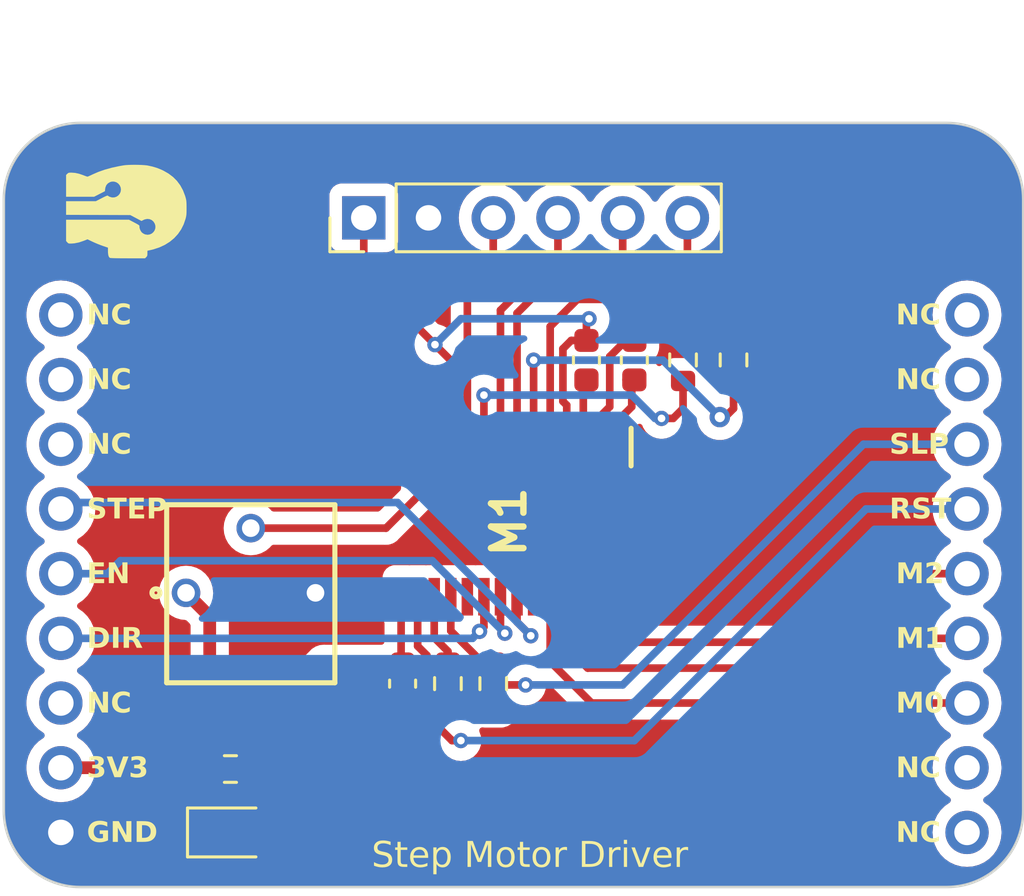
<source format=kicad_pcb>
(kicad_pcb (version 20221018) (generator pcbnew)
  (layers (0 "F.Cu" signal) (31 "B.Cu" signal) (34 "B.Paste" user) (35 "F.Paste" user) (36 "B.SilkS" user "B.Silkscreen") (37 "F.SilkS" user "F.Silkscreen") (38 "B.Mask" user) (39 "F.Mask" user) (44 "Edge.Cuts" user))
  (net 0 "")
  (net 1 "Net-(M1-CP2)")
  (net 2 "Net-(M1-CP1)")
  (net 3 "+3V3")
  (net 4 "GND")
  (net 5 "Net-(M1-VCP)")
  (net 6 "VMM")
  (net 7 "Net-(D1-A)")
  (net 8 "B2")
  (net 9 "B1")
  (net 10 "A1")
  (net 11 "A2")
  (net 12 "ISA")
  (net 13 "ISB")
  (net 14 "Net-(M1-AVREF)")
  (net 15 "RST")
  (net 16 "SLP")
  (net 17 "Net-(M1-NFAULT)")
  (net 19 "DIR")
  (net 20 "EN")
  (net 21 "STEP")
  (net 23 "M0")
  (net 24 "M1")
  (net 25 "M2")
  (net 27 "FLT")
  (footprint "Capacitor_SMD:C_0603_1608Metric" (layer "F.Cu") (at 124.0536 86.5124 -90)
    (fp_text reference "C2" hide)
    (fp_text value "C")
    (fp_line (start -0.14058 -0.51) (end 0.14058 -0.51) (stroke (width 0.12)) (layer "F.SilkS"))
    (fp_line (start -0.14058 0.51) (end 0.14058 0.51) (stroke (width 0.12)) (layer "F.SilkS"))
    (pad "1" smd roundrect (at -0.775 0 270) (size 0.9 0.95) (layers "F.Cu" "F.Paste" "F.Mask") (net 3 "+3V3"))
    (pad "2" smd roundrect (at 0.775 0 270) (size 0.9 0.95) (layers "F.Cu" "F.Paste" "F.Mask") (net 4 "GND"))
  )
  (footprint "DRV8825:SOP65P640X120-29N" (layer "F.Cu") (at 128.2192 80.1624 -90)
    (fp_text reference "M1" (at 0 0 90) (layer "F.SilkS") (effects (font (size 1.27 1.27) (thickness 0.254))))
    (fp_text value "DRV8825PWP" hide)
    (fp_line (start -3.675 -4.8) (end -2.2 -4.8) (stroke (width 0.2)) (layer "F.SilkS"))
    (pad "1" smd rect (at -2.938 -4.225) (size 0.45 1.475) (layers "F.Cu" "F.Paste" "F.Mask") (net 2 "Net-(M1-CP1)"))
    (pad "2" smd rect (at -2.938 -3.575) (size 0.45 1.475) (layers "F.Cu" "F.Paste" "F.Mask") (net 1 "Net-(M1-CP2)"))
    (pad "3" smd rect (at -2.938 -2.925) (size 0.45 1.475) (layers "F.Cu" "F.Paste" "F.Mask") (net 5 "Net-(M1-VCP)"))
    (pad "4" smd rect (at -2.938 -2.275) (size 0.45 1.475) (layers "F.Cu" "F.Paste" "F.Mask") (net 6 "VMM"))
    (pad "5" smd rect (at -2.938 -1.625) (size 0.45 1.475) (layers "F.Cu" "F.Paste" "F.Mask") (net 10 "A1"))
    (pad "6" smd rect (at -2.938 -0.975) (size 0.45 1.475) (layers "F.Cu" "F.Paste" "F.Mask") (net 12 "ISA"))
    (pad "7" smd rect (at -2.938 -0.325) (size 0.45 1.475) (layers "F.Cu" "F.Paste" "F.Mask") (net 11 "A2"))
    (pad "8" smd rect (at -2.938 0.325) (size 0.45 1.475) (layers "F.Cu" "F.Paste" "F.Mask") (net 8 "B2"))
    (pad "9" smd rect (at -2.938 0.975) (size 0.45 1.475) (layers "F.Cu" "F.Paste" "F.Mask") (net 13 "ISB"))
    (pad "10" smd rect (at -2.938 1.625) (size 0.45 1.475) (layers "F.Cu" "F.Paste" "F.Mask") (net 9 "B1"))
    (pad "11" smd rect (at -2.938 2.275) (size 0.45 1.475) (layers "F.Cu" "F.Paste" "F.Mask") (net 6 "VMM"))
    (pad "12" smd rect (at -2.938 2.925) (size 0.45 1.475) (layers "F.Cu" "F.Paste" "F.Mask") (net 14 "Net-(M1-AVREF)"))
    (pad "13" smd rect (at -2.938 3.575) (size 0.45 1.475) (layers "F.Cu" "F.Paste" "F.Mask") (net 14 "Net-(M1-AVREF)"))
    (pad "14" smd rect (at -2.938 4.225) (size 0.45 1.475) (layers "F.Cu" "F.Paste" "F.Mask") (net 4 "GND"))
    (pad "15" smd rect (at 2.938 4.225) (size 0.45 1.475) (layers "F.Cu" "F.Paste" "F.Mask") (net 3 "+3V3"))
    (pad "16" smd rect (at 2.938 3.575) (size 0.45 1.475) (layers "F.Cu" "F.Paste" "F.Mask") (net 15 "RST"))
    (pad "17" smd rect (at 2.938 2.925) (size 0.45 1.475) (layers "F.Cu" "F.Paste" "F.Mask") (net 16 "SLP"))
    (pad "18" smd rect (at 2.938 2.275) (size 0.45 1.475) (layers "F.Cu" "F.Paste" "F.Mask") (net 17 "Net-(M1-NFAULT)"))
    (pad "19" smd rect (at 2.938 1.625) (size 0.45 1.475) (layers "F.Cu" "F.Paste" "F.Mask"))
    (pad "20" smd rect (at 2.938 0.975) (size 0.45 1.475) (layers "F.Cu" "F.Paste" "F.Mask") (net 19 "DIR"))
    (pad "21" smd rect (at 2.938 0.325) (size 0.45 1.475) (layers "F.Cu" "F.Paste" "F.Mask") (net 20 "EN"))
    (pad "22" smd rect (at 2.938 -0.325) (size 0.45 1.475) (layers "F.Cu" "F.Paste" "F.Mask") (net 21 "STEP"))
    (pad "23" smd rect (at 2.938 -0.975) (size 0.45 1.475) (layers "F.Cu" "F.Paste" "F.Mask"))
    (pad "24" smd rect (at 2.938 -1.625) (size 0.45 1.475) (layers "F.Cu" "F.Paste" "F.Mask") (net 23 "M0"))
    (pad "25" smd rect (at 2.938 -2.275) (size 0.45 1.475) (layers "F.Cu" "F.Paste" "F.Mask") (net 24 "M1"))
    (pad "26" smd rect (at 2.938 -2.925) (size 0.45 1.475) (layers "F.Cu" "F.Paste" "F.Mask") (net 25 "M2"))
    (pad "27" smd rect (at 2.938 -3.575) (size 0.45 1.475) (layers "F.Cu" "F.Paste" "F.Mask"))
    (pad "28" smd rect (at 2.938 -4.225) (size 0.45 1.475) (layers "F.Cu" "F.Paste" "F.Mask") (net 4 "GND"))
    (pad "29" smd rect (at 0 0 270) (size 3.1 5.18) (layers "F.Cu" "F.Paste" "F.Mask") (net 4 "GND"))
  )
  (footprint "Moduler_:pin_header" (layer "F.Cu") (at 128.1684 82.7024)
    (fp_text reference "U1" hide)
    (fp_text value "~" hide)
    (fp_text user "3V3" (at -16.51 7.62 unlocked) (layer "F.SilkS") (effects (font (size 0.8 0.8) (thickness 0.2) bold) (justify left bottom)))
    (fp_text user "M2" (at 15.24 0 unlocked) (layer "F.SilkS") (effects (font (size 0.8 0.8) (thickness 0.2) bold) (justify left bottom)))
    (fp_text user "GND" (at -16.51 10.16 unlocked) (layer "F.SilkS") (effects (font (size 0.8 0.8) (thickness 0.2) bold) (justify left bottom)))
    (fp_text user "NC" (at -16.51 -10.16 unlocked) (layer "F.SilkS") (effects (font (size 0.8 0.8) (thickness 0.2) bold) (justify left bottom)))
    (fp_text user "NC" (at 15.24 -10.16 unlocked) (layer "F.SilkS") (effects (font (size 0.8 0.8) (thickness 0.2) bold) (justify left bottom)))
    (fp_text user "SLP" (at 14.986 -5.08 unlocked) (layer "F.SilkS") (effects (font (size 0.8 0.8) (thickness 0.2) bold) (justify left bottom)))
    (fp_text user "DIR" (at -16.51 2.54 unlocked) (layer "F.SilkS") (effects (font (size 0.8 0.8) (thickness 0.2) bold) (justify left bottom)))
    (fp_text user "EN" (at -16.51 0 unlocked) (layer "F.SilkS") (effects (font (size 0.8 0.8) (thickness 0.2) bold) (justify left bottom)))
    (fp_text user "NC" (at 15.24 7.62 unlocked) (layer "F.SilkS") (effects (font (size 0.8 0.8) (thickness 0.2) bold) (justify left bottom)))
    (fp_text user "M0" (at 15.24 5.08 unlocked) (layer "F.SilkS") (effects (font (size 0.8 0.8) (thickness 0.2) bold) (justify left bottom)))
    (fp_text user "NC" (at -16.51 5.08 unlocked) (layer "F.SilkS") (effects (font (size 0.8 0.8) (thickness 0.2) bold) (justify left bottom)))
    (fp_text user "RST" (at 14.986 -2.54 unlocked) (layer "F.SilkS") (effects (font (size 0.8 0.8) (thickness 0.2) bold) (justify left bottom)))
    (fp_text user "NC" (at -16.51 -5.08 unlocked) (layer "F.SilkS") (effects (font (size 0.8 0.8) (thickness 0.2) bold) (justify left bottom)))
    (fp_text user "Step Motor Driver" (at -5.334 11.176 unlocked) (layer "F.SilkS") (effects (font (thickness 0.1)) (justify left bottom)))
    (fp_text user "NC" (at 15.24 -7.62 unlocked) (layer "F.SilkS") (effects (font (size 0.8 0.8) (thickness 0.2) bold) (justify left bottom)))
    (fp_text user "NC" (at 15.24 10.16 unlocked) (layer "F.SilkS") (effects (font (size 0.8 0.8) (thickness 0.2) bold) (justify left bottom)))
    (fp_text user "STEP" (at -16.51 -2.54 unlocked) (layer "F.SilkS") (effects (font (size 0.8 0.8) (thickness 0.2) bold) (justify left bottom)))
    (fp_text user "NC" (at -16.51 -7.62 unlocked) (layer "F.SilkS") (effects (font (size 0.8 0.8) (thickness 0.2) bold) (justify left bottom)))
    (fp_text user "M1" (at 15.24 2.54 unlocked) (layer "F.SilkS") (effects (font (size 0.8 0.8) (thickness 0.2) bold) (justify left bottom)))
    (fp_poly (pts (xy -14.485582 -16.559009) (xy -14.360573 -16.554745) (xy -14.248636 -16.54798) (xy -14.157002 -16.538775) (xy -14.117924 -16.532703) (xy -13.929469 -16.491549) (xy -13.759531 -16.440533) (xy -13.595569 -16.375574) (xy -13.505604 -16.333511) (xy -13.302009 -16.218091) (xy -13.123321 -16.083397) (xy -12.969118 -15.928915) (xy -12.838978 -15.754131) (xy -12.73248 -15.558531) (xy -12.6492 -15.3416) (xy -12.625721 -15.261504) (xy -12.612959 -15.20932) (xy -12.603846 -15.156964) (xy -12.597806 -15.097579) (xy -12.594264 -15.024306) (xy -12.592645 -14.930288) (xy -12.59236 -14.863654) (xy -12.592671 -14.758539) (xy -12.594379 -14.67766) (xy -12.598173 -14.613669) (xy -12.604739 -14.559219) (xy -12.614766 -14.506962) (xy -12.628942 -14.449549) (xy -12.632287 -14.43698) (xy -12.705714 -14.221543) (xy -12.805363 -14.022972) (xy -12.930147 -13.842253) (xy -13.078978 -13.68037) (xy -13.250768 -13.538308) (xy -13.444431 -13.417053) (xy -13.658878 -13.317589) (xy -13.893022 -13.240901) (xy -13.975535 -13.220506) (xy -14.129547 -13.185381) (xy -14.129547 -13.083439) (xy -14.131087 -13.025365) (xy -14.138019 -12.987709) (xy -14.153807 -12.959356) (xy -14.17572 -12.935324) (xy -14.221893 -12.889151) (xy -14.898388 -12.889632) (xy -15.093554 -12.890179) (xy -15.257188 -12.891522) (xy -15.389336 -12.893662) (xy -15.490047 -12.896601) (xy -15.559371 -12.900339) (xy -15.597354 -12.904877) (xy -15.604006 -12.907041) (xy -15.639705 -12.944721) (xy -15.663541 -13.009816) (xy -15.675744 -13.103144) (xy -15.677582 -13.169023) (xy -15.677607 -13.307746) (xy -15.877323 -13.375342) (xy -15.973613 -13.410249) (xy -16.083694 -13.453796) (xy -16.193274 -13.500154) (xy -16.27912 -13.539209) (xy -16.481202 -13.63548) (xy -16.625058 -13.577237) (xy -16.814264 -13.51298) (xy -16.995657 -13.477073) (xy -17.112214 -13.468483) (xy -17.172568 -13.467793) (xy -17.210949 -13.471228) (xy -17.236949 -13.481681) (xy -17.260163 -13.502045) (xy -17.274123 -13.517292) (xy -17.320343 -13.568879) (xy -17.320343 -13.987224) (xy -17.320343 -14.405569) (xy -16.086926 -14.405569) (xy -14.85351 -14.405569) (xy -14.643801 -14.294889) (xy -14.56284 -14.251731) (xy -14.506066 -14.219928) (xy -14.469493 -14.196546) (xy -14.449134 -14.178651) (xy -14.441003 -14.163308) (xy -14.441111 -14.147581) (xy -14.441413 -14.14592) (xy -14.43976 -14.092795) (xy -14.421236 -14.027967) (xy -14.3904 -13.962942) (xy -14.35181 -13.909228) (xy -14.344762 -13.902005) (xy -14.296227 -13.865834) (xy -14.236644 -13.835404) (xy -14.214799 -13.827587) (xy -14.121045 -13.813694) (xy -14.033382 -13.827179) (xy -13.955509 -13.863953) (xy -13.891126 -13.919926) (xy -13.843932 -13.991011) (xy -13.817627 -14.073118) (xy -13.815911 -14.162158) (xy -13.838074 -14.243952) (xy -13.888707 -14.328311) (xy -13.95777 -14.389514) (xy -14.040589 -14.425955) (xy -14.132494 -14.436027) (xy -14.228811 -14.418125) (xy -14.281052 -14.396241) (xy -14.36193 -14.355321) (xy -14.581404 -14.471272) (xy -14.800878 -14.587224) (xy -16.06061 -14.591538) (xy -17.320343 -14.595853) (xy -17.320343 -14.86402) (xy -17.320343 -15.132186) (xy -16.736108 -15.132186) (xy -16.151873 -15.132186) (xy -15.92364 -15.25081) (xy -15.825628 -15.300328) (xy -15.752835 -15.333929) (xy -15.705794 -15.351385) (xy -15.685044 -15.352471) (xy -15.684533 -15.351839) (xy -15.664369 -15.334981) (xy -15.626413 -15.313259) (xy -15.608475 -15.304645) (xy -15.517344 -15.278515) (xy -15.42868 -15.280387) (xy -15.34665 -15.306716) (xy -15.27542 -15.353956) (xy -15.219157 -15.418565) (xy -15.182028 -15.496995) (xy -15.1682 -15.585704) (xy -15.178799 -15.670169) (xy -15.216089 -15.756834) (xy -15.2752 -15.826154) (xy -15.350432 -15.875231) (xy -15.436087 -15.901168) (xy -15.526465 -15.901066) (xy -15.594919 -15.881743) (xy -15.679764 -15.831605) (xy -15.7402 -15.761879) (xy -15.776844 -15.671686) (xy -15.787538 -15.6087) (xy -15.796027 -15.524455) (xy -16.008245 -15.415199) (xy -16.220463 -15.305942) (xy -16.770403 -15.305942) (xy -17.320343 -15.305942) (xy -17.320343 -15.73365) (xy -17.320343 -16.161358) (xy -17.27417 -16.207531) (xy -17.247441 -16.231634) (xy -17.221044 -16.24546) (xy -17.185152 -16.251797) (xy -17.129936 -16.253429) (xy -17.112261 -16.253429) (xy -16.965134 -16.242789) (xy -16.813828 -16.210492) (xy -16.650907 -16.15493) (xy -16.643254 -16.151886) (xy -16.580147 -16.127507) (xy -16.526736 -16.108472) (xy -16.490695 -16.097439) (xy -16.481152 -16.095743) (xy -16.459332 -16.102404) (xy -16.415439 -16.120594) (xy -16.35561 -16.147624) (xy -16.285983 -16.180807) (xy -16.277762 -16.184828) (xy -16.053998 -16.282606) (xy -15.80365 -16.369931) (xy -15.530295 -16.445763) (xy -15.237504 -16.509065) (xy -15.053614 -16.540657) (xy -14.971712 -16.549822) (xy -14.866727 -16.556178) (xy -14.74589 -16.559787) (xy -14.616431 -16.56071)) (fill solid) (layer "F.SilkS"))
    (fp_poly (pts (xy -19.759475 -15.361112) (xy -19.747896 -15.5134) (xy -19.728827 -15.663474) (xy -19.702457 -15.811146) (xy -19.668975 -15.956226) (xy -19.628568 -16.098527) (xy -19.581426 -16.23786) (xy -19.527736 -16.374037) (xy -19.467687 -16.506869) (xy -19.401468 -16.636168) (xy -19.329267 -16.761745) (xy -19.251272 -16.883413) (xy -19.167671 -17.000982) (xy -19.078654 -17.114264) (xy -18.984408 -17.223072) (xy -18.885122 -17.327215) (xy -18.780984 -17.426507) (xy -18.672182 -17.520758) (xy -18.558906 -17.609781) (xy -18.441343 -17.693386) (xy -18.319683 -17.771386) (xy -18.194112 -17.843591) (xy -18.06482 -17.909814) (xy -17.931995 -17.969866) (xy -17.795826 -18.023559) (xy -17.6565 -18.070704) (xy -17.514207 -18.111113) (xy -17.369134 -18.144597) (xy -17.221471 -18.170968) (xy -17.071405 -18.190038) (xy -16.919125 -18.201619) (xy -16.764819 -18.20552) (xy 17.238832 -18.20552) (xy 17.393137 -18.201619) (xy 17.545417 -18.190038) (xy 17.695483 -18.170968) (xy 17.843146 -18.144597) (xy 17.988219 -18.111113) (xy 18.130512 -18.070704) (xy 18.269837 -18.023559) (xy 18.406006 -17.969866) (xy 18.538831 -17.909814) (xy 18.668123 -17.843591) (xy 18.793694 -17.771386) (xy 18.915355 -17.693386) (xy 19.032917 -17.609781) (xy 19.146194 -17.520758) (xy 19.254995 -17.426507) (xy 19.359133 -17.327215) (xy 19.458419 -17.223072) (xy 19.552665 -17.114264) (xy 19.641683 -17.000982) (xy 19.725284 -16.883413) (xy 19.803279 -16.761745) (xy 19.87548 -16.636168) (xy 19.9417 -16.506869) (xy 20.001748 -16.374037) (xy 20.055438 -16.23786) (xy 20.102581 -16.098527) (xy 20.142987 -15.956226) (xy 20.17647 -15.811146) (xy 20.20284 -15.663474) (xy 20.221909 -15.5134) (xy 20.233488 -15.361112) (xy 20.23739 -15.206798) (xy 20.23739 8.797094) (xy 20.233488 8.951408) (xy 20.221909 9.103696) (xy 20.20284 9.25377) (xy 20.17647 9.401441) (xy 20.142987 9.546522) (xy 20.102581 9.688822) (xy 20.055438 9.828155) (xy 20.001748 9.964332) (xy 19.9417 10.097164) (xy 19.87548 10.226463) (xy 19.803279 10.352041) (xy 19.725284 10.473708) (xy 19.641683 10.591278) (xy 19.552665 10.70456) (xy 19.458419 10.813367) (xy 19.359133 10.917511) (xy 19.254995 11.016803) (xy 19.146194 11.111054) (xy 19.032917 11.200077) (xy 18.915355 11.283682) (xy 18.793694 11.361681) (xy 18.668123 11.433887) (xy 18.538831 11.50011) (xy 18.406006 11.560162) (xy 18.269837 11.613855) (xy 18.130512 11.661) (xy 17.988219 11.701409) (xy 17.843146 11.734893) (xy 17.695483 11.761265) (xy 17.545417 11.780334) (xy 17.393137 11.791915) (xy 17.238832 11.795817) (xy -16.764819 11.795817) (xy -16.919125 11.791915) (xy -17.071405 11.780334) (xy -17.221471 11.761265) (xy -17.369134 11.734893) (xy -17.514207 11.701409) (xy -17.6565 11.661) (xy -17.795826 11.613855) (xy -17.931995 11.560162) (xy -18.06482 11.50011) (xy -18.194112 11.433887) (xy -18.319683 11.361681) (xy -18.441343 11.283682) (xy -18.558906 11.200077) (xy -18.672182 11.111054) (xy -18.780984 11.016803) (xy -18.885122 10.917511) (xy -18.984408 10.813367) (xy -19.078654 10.70456) (xy -19.167671 10.591278) (xy -19.251272 10.473708) (xy -19.329267 10.352041) (xy -19.401468 10.226463) (xy -19.467687 10.097164) (xy -19.527736 9.964332) (xy -19.581426 9.828155) (xy -19.628568 9.688822) (xy -19.668975 9.546522) (xy -19.702457 9.401441) (xy -19.728827 9.25377) (xy -19.747896 9.103696) (xy -19.759475 8.951408) (xy -19.763377 8.797094) (xy -19.763377 -15.206798)) (stroke (width 0.1)) (fill none) (layer "Edge.Cuts"))
    (pad "1" thru_hole oval (at -17.526 -10.668) (size 1.7 1.7) (drill 1) (layers "*.Cu" "*.Mask"))
    (pad "2" thru_hole oval (at -17.526 -8.128) (size 1.7 1.7) (drill 1) (layers "*.Cu" "*.Mask"))
    (pad "3" thru_hole oval (at -17.526 -5.588) (size 1.7 1.7) (drill 1) (layers "*.Cu" "*.Mask"))
    (pad "4" thru_hole oval (at -17.526 -3.048) (size 1.7 1.7) (drill 1) (layers "*.Cu" "*.Mask") (net 21 "STEP"))
    (pad "5" thru_hole oval (at -17.526 -0.508) (size 1.7 1.7) (drill 1) (layers "*.Cu" "*.Mask") (net 20 "EN"))
    (pad "6" thru_hole oval (at -17.526 2.032) (size 1.7 1.7) (drill 1) (layers "*.Cu" "*.Mask") (net 19 "DIR"))
    (pad "7" thru_hole oval (at -17.526 4.572) (size 1.7 1.7) (drill 1) (layers "*.Cu" "*.Mask"))
    (pad "8" thru_hole oval (at -17.526 7.112) (size 1.7 1.7) (drill 1) (layers "*.Cu" "*.Mask") (net 3 "+3V3"))
    (pad "9" thru_hole oval (at -17.526 9.652) (size 1.7 1.7) (drill 1) (layers "*.Cu" "*.Mask") (net 4 "GND"))
    (pad "10" thru_hole oval (at 18.034 9.652) (size 1.7 1.7) (drill 1) (layers "*.Cu" "*.Mask"))
    (pad "11" thru_hole oval (at 18.034 7.112) (size 1.7 1.7) (drill 1) (layers "*.Cu" "*.Mask"))
    (pad "12" thru_hole oval (at 18.034 4.572) (size 1.7 1.7) (drill 1) (layers "*.Cu" "*.Mask") (net 23 "M0"))
    (pad "13" thru_hole oval (at 18.034 2.032) (size 1.7 1.7) (drill 1) (layers "*.Cu" "*.Mask") (net 24 "M1"))
    (pad "14" thru_hole oval (at 18.034 -0.508) (size 1.7 1.7) (drill 1) (layers "*.Cu" "*.Mask") (net 25 "M2"))
    (pad "15" thru_hole oval (at 18.034 -3.048) (size 1.7 1.7) (drill 1) (layers "*.Cu" "*.Mask") (net 15 "RST"))
    (pad "16" thru_hole oval (at 18.034 -5.588) (size 1.7 1.7) (drill 1) (layers "*.Cu" "*.Mask") (net 16 "SLP"))
    (pad "17" thru_hole oval (at 18.034 -8.128) (size 1.7 1.7) (drill 1) (layers "*.Cu" "*.Mask"))
    (pad "18" thru_hole oval (at 18.034 -10.668) (size 1.7 1.7) (drill 1) (layers "*.Cu" "*.Mask"))
  )
  (footprint "memin:3362P_1" (layer "F.Cu") (at 118.0955 86.478)
    (fp_text reference "RV1" hide)
    (fp_text value "10k" hide)
    (fp_line (start -3.3 -6.99) (end -3.3 0) (stroke (width 0.2)) (layer "F.SilkS"))
    (fp_line (start -3.3 0) (end 3.3 0) (stroke (width 0.2)) (layer "F.SilkS"))
    (fp_line (start 3.3 -6.99) (end -3.3 -6.99) (stroke (width 0.2)) (layer "F.SilkS"))
    (fp_line (start 3.3 0) (end 3.3 -6.99) (stroke (width 0.2)) (layer "F.SilkS"))
    (fp_circle (center -3.722 -3.532) (end -3.722 -3.475) (stroke (width 0.2)) (fill none) (layer "F.SilkS"))
    (pad "1" thru_hole circle (at -2.54 -3.53) (size 1.12 1.12) (drill 0.69) (layers "*.Cu" "*.Mask") (net 3 "+3V3"))
    (pad "2" thru_hole circle (at 0 -6.07) (size 1.12 1.12) (drill 0.69) (layers "*.Cu" "*.Mask") (net 14 "Net-(M1-AVREF)"))
    (pad "3" thru_hole circle (at 2.54 -3.53) (size 1.12 1.12) (drill 0.69) (layers "*.Cu" "*.Mask") (net 4 "GND"))
  )
  (footprint "Resistor_SMD:R_0603_1608Metric" (layer "F.Cu") (at 137.0394 73.8032 -90)
    (fp_text reference "R2" hide)
    (fp_text value "0r")
    (fp_line (start -0.237258 -0.5225) (end 0.237258 -0.5225) (stroke (width 0.12)) (layer "F.SilkS"))
    (fp_line (start -0.237258 0.5225) (end 0.237258 0.5225) (stroke (width 0.12)) (layer "F.SilkS"))
    (pad "1" smd roundrect (at -0.825 0 270) (size 0.8 0.95) (layers "F.Cu" "F.Paste" "F.Mask") (net 4 "GND"))
    (pad "2" smd roundrect (at 0.825 0 270) (size 0.8 0.95) (layers "F.Cu" "F.Paste" "F.Mask") (net 12 "ISA"))
  )
  (footprint "Capacitor_SMD:C_0603_1608Metric" (layer "F.Cu") (at 133.1468 73.8124 -90)
    (fp_text reference "C1" hide)
    (fp_text value "10nF")
    (fp_line (start -0.14058 -0.51) (end 0.14058 -0.51) (stroke (width 0.12)) (layer "F.SilkS"))
    (fp_line (start -0.14058 0.51) (end 0.14058 0.51) (stroke (width 0.12)) (layer "F.SilkS"))
    (pad "1" smd roundrect (at -0.775 0 270) (size 0.9 0.95) (layers "F.Cu" "F.Paste" "F.Mask") (net 1 "Net-(M1-CP2)"))
    (pad "2" smd roundrect (at 0.775 0 270) (size 0.9 0.95) (layers "F.Cu" "F.Paste" "F.Mask") (net 2 "Net-(M1-CP1)"))
  )
  (footprint "Capacitor_SMD:C_0603_1608Metric" (layer "F.Cu") (at 131.2672 73.8124 90)
    (fp_text reference "C3" hide)
    (fp_text value "0.1uF")
    (fp_line (start -0.14058 -0.51) (end 0.14058 -0.51) (stroke (width 0.12)) (layer "F.SilkS"))
    (fp_line (start -0.14058 0.51) (end 0.14058 0.51) (stroke (width 0.12)) (layer "F.SilkS"))
    (pad "1" smd roundrect (at -0.775 0 90) (size 0.9 0.95) (layers "F.Cu" "F.Paste" "F.Mask") (net 5 "Net-(M1-VCP)"))
    (pad "2" smd roundrect (at 0.775 0 90) (size 0.9 0.95) (layers "F.Cu" "F.Paste" "F.Mask") (net 6 "VMM"))
  )
  (footprint "Resistor_SMD:R_0603_1608Metric" (layer "F.Cu") (at 127.6096 86.5124 90)
    (fp_text reference "R3" hide)
    (fp_text value "1.5k")
    (fp_line (start -0.237258 -0.5225) (end 0.237258 -0.5225) (stroke (width 0.12)) (layer "F.SilkS"))
    (fp_line (start -0.237258 0.5225) (end 0.237258 0.5225) (stroke (width 0.12)) (layer "F.SilkS"))
    (pad "1" smd roundrect (at -0.825 0 90) (size 0.8 0.95) (layers "F.Cu" "F.Paste" "F.Mask") (net 27 "FLT"))
    (pad "2" smd roundrect (at 0.825 0 90) (size 0.8 0.95) (layers "F.Cu" "F.Paste" "F.Mask") (net 17 "Net-(M1-NFAULT)"))
  )
  (footprint "Connector_PinHeader_2.54mm:PinHeader_1x06_P2.54mm_Vertical" (layer "F.Cu") (at 122.5296 68.2244 90)
    (fp_text reference "J1" hide)
    (fp_text value "Screw_Terminal_01x06")
    (fp_line (start -1.33 -1.33) (end 0 -1.33) (stroke (width 0.12)) (layer "F.SilkS"))
    (fp_line (start -1.33 0) (end -1.33 -1.33) (stroke (width 0.12)) (layer "F.SilkS"))
    (fp_line (start -1.33 1.27) (end -1.33 14.03) (stroke (width 0.12)) (layer "F.SilkS"))
    (fp_line (start -1.33 1.27) (end 1.33 1.27) (stroke (width 0.12)) (layer "F.SilkS"))
    (fp_line (start -1.33 14.03) (end 1.33 14.03) (stroke (width 0.12)) (layer "F.SilkS"))
    (fp_line (start 1.33 1.27) (end 1.33 14.03) (stroke (width 0.12)) (layer "F.SilkS"))
    (pad "1" thru_hole rect (at 0 0 90) (size 1.7 1.7) (drill 1) (layers "*.Cu" "*.Mask") (net 6 "VMM"))
    (pad "2" thru_hole oval (at 0 2.54 90) (size 1.7 1.7) (drill 1) (layers "*.Cu" "*.Mask") (net 4 "GND"))
    (pad "3" thru_hole oval (at 0 5.08 90) (size 1.7 1.7) (drill 1) (layers "*.Cu" "*.Mask") (net 9 "B1"))
    (pad "4" thru_hole oval (at 0 7.62 90) (size 1.7 1.7) (drill 1) (layers "*.Cu" "*.Mask") (net 8 "B2"))
    (pad "5" thru_hole oval (at 0 10.16 90) (size 1.7 1.7) (drill 1) (layers "*.Cu" "*.Mask") (net 11 "A2"))
    (pad "6" thru_hole oval (at 0 12.7 90) (size 1.7 1.7) (drill 1) (layers "*.Cu" "*.Mask") (net 10 "A1"))
  )
  (footprint "Resistor_SMD:R_0603_1608Metric" (layer "F.Cu") (at 117.2972 89.8652 180)
    (fp_text reference "R5" hide)
    (fp_text value "0r")
    (fp_line (start -0.237258 -0.5225) (end 0.237258 -0.5225) (stroke (width 0.12)) (layer "F.SilkS"))
    (fp_line (start -0.237258 0.5225) (end 0.237258 0.5225) (stroke (width 0.12)) (layer "F.SilkS"))
    (pad "1" smd roundrect (at -0.825 0 180) (size 0.8 0.95) (layers "F.Cu" "F.Paste" "F.Mask") (net 7 "Net-(D1-A)"))
    (pad "2" smd roundrect (at 0.825 0 180) (size 0.8 0.95) (layers "F.Cu" "F.Paste" "F.Mask") (net 3 "+3V3"))
  )
  (footprint "Resistor_SMD:R_0603_1608Metric" (layer "F.Cu") (at 125.8316 86.5124 -90)
    (fp_text reference "R4" hide)
    (fp_text value "10K")
    (fp_line (start -0.237258 -0.5225) (end 0.237258 -0.5225) (stroke (width 0.12)) (layer "F.SilkS"))
    (fp_line (start -0.237258 0.5225) (end 0.237258 0.5225) (stroke (width 0.12)) (layer "F.SilkS"))
    (pad "1" smd roundrect (at -0.825 0 270) (size 0.8 0.95) (layers "F.Cu" "F.Paste" "F.Mask") (net 16 "SLP"))
    (pad "2" smd roundrect (at 0.825 0 270) (size 0.8 0.95) (layers "F.Cu" "F.Paste" "F.Mask") (net 27 "FLT"))
  )
  (footprint "LED_SMD:LED_0805_2012Metric" (layer "F.Cu") (at 117.2972 92.3544)
    (fp_text reference "D1" hide)
    (fp_text value "LED")
    (fp_line (start -1.685 -0.96) (end -1.685 0.96) (stroke (width 0.12)) (layer "F.SilkS"))
    (fp_line (start -1.685 0.96) (end 1 0.96) (stroke (width 0.12)) (layer "F.SilkS"))
    (fp_line (start 1 -0.96) (end -1.685 -0.96) (stroke (width 0.12)) (layer "F.SilkS"))
    (pad "1" smd roundrect (at -0.9375 0) (size 0.975 1.4) (layers "F.Cu" "F.Paste" "F.Mask") (net 4 "GND"))
    (pad "2" smd roundrect (at 0.9375 0) (size 0.975 1.4) (layers "F.Cu" "F.Paste" "F.Mask") (net 7 "Net-(D1-A)"))
  )
  (footprint "Resistor_SMD:R_0603_1608Metric" (layer "F.Cu") (at 135.0582 73.8032 -90)
    (fp_text reference "R1" hide)
    (fp_text value "0r")
    (fp_line (start -0.237258 -0.5225) (end 0.237258 -0.5225) (stroke (width 0.12)) (layer "F.SilkS"))
    (fp_line (start -0.237258 0.5225) (end 0.237258 0.5225) (stroke (width 0.12)) (layer "F.SilkS"))
    (pad "1" smd roundrect (at -0.825 0 270) (size 0.8 0.95) (layers "F.Cu" "F.Paste" "F.Mask") (net 4 "GND"))
    (pad "2" smd roundrect (at 0.825 0 270) (size 0.8 0.95) (layers "F.Cu" "F.Paste" "F.Mask") (net 13 "ISB"))
  )
  (segment (start 131.826 75.9968) (end 131.826 77.1926) (width 0.3) (layer "F.Cu") (net 1))
  (segment (start 131.826 77.1926) (end 131.7942 77.2244) (width 0.3) (layer "F.Cu") (net 1))
  (segment (start 132.1816 73.6696) (end 132.1816 75.6412) (width 0.3) (layer "F.Cu") (net 1))
  (segment (start 132.1816 75.6412) (end 131.826 75.9968) (width 0.3) (layer "F.Cu") (net 1))
  (segment (start 132.823 73.0282) (end 132.1816 73.6696) (width 0.3) (layer "F.Cu") (net 1))
  (segment (start 132.4442 76.2422) (end 133.0452 75.6412) (width 0.3) (layer "F.Cu") (net 2))
  (segment (start 133.0452 74.5782) (end 132.823 74.5782) (width 0.3) (layer "F.Cu") (net 2))
  (segment (start 132.4442 77.2244) (end 132.4442 76.2422) (width 0.3) (layer "F.Cu") (net 2))
  (segment (start 133.0452 75.6412) (end 133.0452 74.5782) (width 0.3) (layer "F.Cu") (net 2))
  (segment (start 124.0536 85.7374) (end 123.9942 85.678) (width 0.3) (layer "F.Cu") (net 3))
  (segment (start 118.9228 87.7824) (end 116.4844 87.7824) (width 0.5) (layer "F.Cu") (net 3))
  (segment (start 123.9942 85.678) (end 123.9942 83.1004) (width 0.3) (layer "F.Cu") (net 3))
  (segment (start 116.4844 87.7824) (end 116.4844 83.8769) (width 0.5) (layer "F.Cu") (net 3))
  (segment (start 121.933 85.7374) (end 120.9678 85.7374) (width 0.5) (layer "F.Cu") (net 3))
  (segment (start 116.4214 89.8144) (end 116.4722 89.8652) (width 0.5) (layer "F.Cu") (net 3))
  (segment (start 116.4844 83.8769) (end 115.5555 82.948) (width 0.5) (layer "F.Cu") (net 3))
  (segment (start 120.9678 85.7374) (end 118.9228 87.7824) (width 0.5) (layer "F.Cu") (net 3))
  (segment (start 116.4844 89.853) (end 116.4844 87.7824) (width 0.5) (layer "F.Cu") (net 3))
  (segment (start 116.4722 89.8652) (end 116.4844 89.853) (width 0.5) (layer "F.Cu") (net 3))
  (segment (start 110.6424 89.8144) (end 116.4214 89.8144) (width 0.5) (layer "F.Cu") (net 3))
  (segment (start 124.0536 85.7374) (end 121.933 85.7374) (width 0.5) (layer "F.Cu") (net 3))
  (segment (start 123.9942 75.9038) (end 124.1552 75.7428) (width 0.3) (layer "F.Cu") (net 4))
  (segment (start 123.9942 77.2244) (end 123.9942 75.9038) (width 0.3) (layer "F.Cu") (net 4))
  (segment (start 131.1442 77.2244) (end 131.1442 74.7104) (width 0.3) (layer "F.Cu") (net 5))
  (segment (start 131.1442 74.7104) (end 131.1656 74.689) (width 0.3) (layer "F.Cu") (net 5))
  (segment (start 125.3236 73.2028) (end 122.5296 70.4088) (width 0.3) (layer "F.Cu") (net 6))
  (segment (start 130.6706 73.0374) (end 130.3442 73.3638) (width 0.3) (layer "F.Cu") (net 6))
  (segment (start 125.9442 77.2244) (end 125.9442 73.8234) (width 0.3) (layer "F.Cu") (net 6))
  (segment (start 130.3442 73.3638) (end 130.3442 75.4294) (width 0.3) (layer "F.Cu") (net 6))
  (segment (start 130.4942 75.5794) (end 130.4942 77.2244) (width 0.3) (layer "F.Cu") (net 6))
  (segment (start 122.5296 70.4088) (end 122.5296 68.2244) (width 0.3) (layer "F.Cu") (net 6))
  (segment (start 125.9442 73.8234) (end 125.4506 73.3298) (width 0.3) (layer "F.Cu") (net 6))
  (segment (start 131.2672 73.0374) (end 131.2672 72.2884) (width 0.3) (layer "F.Cu") (net 6))
  (segment (start 130.3442 75.4294) (end 130.4942 75.5794) (width 0.3) (layer "F.Cu") (net 6))
  (segment (start 125.4506 73.3298) (end 125.3236 73.2028) (width 0.3) (layer "F.Cu") (net 6))
  (segment (start 131.2672 72.2884) (end 131.3688 72.1868) (width 0.3) (layer "F.Cu") (net 6))
  (segment (start 131.2672 73.0374) (end 130.6706 73.0374) (width 0.3) (layer "F.Cu") (net 6))
  (via (at 131.3688 72.1868) (size 0.6) (drill 0.3) (layers "F.Cu" "B.Cu") (net 6))
  (via (at 125.3236 73.2028) (size 0.6) (drill 0.3) (layers "F.Cu" "B.Cu") (net 6))
  (segment (start 125.3236 73.2028) (end 126.3396 72.1868) (width 0.3) (layer "B.Cu") (net 6))
  (segment (start 126.3396 72.1868) (end 131.3688 72.1868) (width 0.3) (layer "B.Cu") (net 6))
  (segment (start 118.1222 92.2419) (end 118.2347 92.3544) (width 0.5) (layer "F.Cu") (net 7))
  (segment (start 118.1222 89.8652) (end 118.1222 92.2419) (width 0.5) (layer "F.Cu") (net 7))
  (segment (start 130.1496 69.596) (end 130.1496 68.2244) (width 0.3) (layer "F.Cu") (net 8))
  (segment (start 127.8942 71.8514) (end 130.1496 69.596) (width 0.3) (layer "F.Cu") (net 8))
  (segment (start 127.8942 77.2244) (end 127.8942 71.8514) (width 0.3) (layer "F.Cu") (net 8))
  (segment (start 127.6096 69.9516) (end 127.6096 68.2244) (width 0.3) (layer "F.Cu") (net 9))
  (segment (start 126.5942 77.2244) (end 126.5942 70.967) (width 0.3) (layer "F.Cu") (net 9))
  (segment (start 126.5942 70.967) (end 127.6096 69.9516) (width 0.3) (layer "F.Cu") (net 9))
  (segment (start 134.4168 71.4248) (end 135.2296 70.612) (width 0.3) (layer "F.Cu") (net 10))
  (segment (start 129.8442 72.4922) (end 130.9116 71.4248) (width 0.3) (layer "F.Cu") (net 10))
  (segment (start 130.9116 71.4248) (end 134.4168 71.4248) (width 0.3) (layer "F.Cu") (net 10))
  (segment (start 135.2296 70.612) (end 135.2296 68.2244) (width 0.3) (layer "F.Cu") (net 10))
  (segment (start 129.8442 77.2244) (end 129.8442 72.4922) (width 0.3) (layer "F.Cu") (net 10))
  (segment (start 128.5442 77.2244) (end 128.5442 71.967811) (width 0.3) (layer "F.Cu") (net 11))
  (segment (start 129.950811 70.5612) (end 131.826 70.5612) (width 0.3) (layer "F.Cu") (net 11))
  (segment (start 128.5442 71.967811) (end 129.950811 70.5612) (width 0.3) (layer "F.Cu") (net 11))
  (segment (start 132.6896 69.6976) (end 132.6896 68.2244) (width 0.3) (layer "F.Cu") (net 11))
  (segment (start 131.826 70.5612) (end 132.6896 69.6976) (width 0.3) (layer "F.Cu") (net 11))
  (segment (start 136.7028 76.0476) (end 137.0394 75.711) (width 0.3) (layer "F.Cu") (net 12))
  (segment (start 137.0394 75.711) (end 137.0394 74.6282) (width 0.3) (layer "F.Cu") (net 12))
  (segment (start 129.1844 73.8217) (end 129.1937 73.8124) (width 0.3) (layer "F.Cu") (net 12))
  (segment (start 129.1942 77.2244) (end 129.1942 73.8129) (width 0.3) (layer "F.Cu") (net 12))
  (segment (start 129.1942 73.8129) (end 129.1937 73.8124) (width 0.3) (layer "F.Cu") (net 12))
  (segment (start 136.4996 76.0476) (end 136.7028 76.0476) (width 0.3) (layer "F.Cu") (net 12))
  (via (at 136.4996 76.0476) (size 0.8) (drill 0.4) (layers "F.Cu" "B.Cu") (net 12))
  (via (at 129.1937 73.8124) (size 0.6) (drill 0.3) (layers "F.Cu" "B.Cu") (net 12))
  (segment (start 134.2644 73.8124) (end 129.1937 73.8124) (width 0.3) (layer "B.Cu") (net 12))
  (segment (start 136.4996 76.0476) (end 134.2644 73.8124) (width 0.3) (layer "B.Cu") (net 12))
  (segment (start 134.2136 76.0984) (end 134.6708 76.0984) (width 0.3) (layer "F.Cu") (net 13))
  (segment (start 127.2442 77.2244) (end 127.2442 75.1845) (width 0.3) (layer "F.Cu") (net 13))
  (segment (start 134.6708 76.0984) (end 135.0582 75.711) (width 0.3) (layer "F.Cu") (net 13))
  (segment (start 127.2442 75.1845) (end 127.2447 75.184) (width 0.3) (layer "F.Cu") (net 13))
  (segment (start 135.0582 75.711) (end 135.0582 74.6282) (width 0.3) (layer "F.Cu") (net 13))
  (via (at 134.2136 76.0984) (size 0.6) (drill 0.3) (layers "F.Cu" "B.Cu") (net 13))
  (via (at 127.2447 75.184) (size 0.6) (drill 0.3) (layers "F.Cu" "B.Cu") (net 13))
  (segment (start 133.0452 75.184) (end 127.2447 75.184) (width 0.3) (layer "B.Cu") (net 13))
  (segment (start 133.9596 76.0984) (end 133.0452 75.184) (width 0.3) (layer "B.Cu") (net 13))
  (segment (start 134.2136 76.0984) (end 133.9596 76.0984) (width 0.3) (layer "B.Cu") (net 13))
  (segment (start 118.0955 80.408) (end 123.4016 80.408) (width 0.3) (layer "F.Cu") (net 14))
  (segment (start 124.6442 77.2244) (end 125.2942 77.2244) (width 0.3) (layer "F.Cu") (net 14))
  (segment (start 123.4016 80.408) (end 124.4854 79.3242) (width 0.3) (layer "F.Cu") (net 14))
  (segment (start 124.6442 77.2244) (end 124.6442 79.1654) (width 0.3) (layer "F.Cu") (net 14))
  (segment (start 125.2728 77.2458) (end 125.2942 77.2244) (width 0.3) (layer "F.Cu") (net 14))
  (segment (start 124.6442 79.1654) (end 124.4854 79.3242) (width 0.3) (layer "F.Cu") (net 14))
  (segment (start 125.988983 88.7476) (end 126.3396 88.7476) (width 0.3) (layer "F.Cu") (net 15))
  (segment (start 124.6442 85.039827) (end 125.0066 85.402227) (width 0.3) (layer "F.Cu") (net 15))
  (segment (start 125.0066 85.402227) (end 125.0066 87.765217) (width 0.3) (layer "F.Cu") (net 15))
  (segment (start 124.6442 83.1004) (end 124.6442 85.039827) (width 0.3) (layer "F.Cu") (net 15))
  (segment (start 125.0066 87.765217) (end 125.988983 88.7476) (width 0.3) (layer "F.Cu") (net 15))
  (via (at 126.3396 88.7476) (size 0.6) (drill 0.3) (layers "F.Cu" "B.Cu") (net 15))
  (segment (start 142.24 79.6544) (end 146.2024 79.6544) (width 0.3) (layer "B.Cu") (net 15))
  (segment (start 126.3396 88.7476) (end 133.1468 88.7476) (width 0.3) (layer "B.Cu") (net 15))
  (segment (start 133.1468 88.7476) (end 142.24 79.6544) (width 0.3) (layer "B.Cu") (net 15))
  (segment (start 125.2942 83.1004) (end 125.2942 84.705) (width 0.3) (layer "F.Cu") (net 16))
  (segment (start 126.7074 86.5632) (end 128.8796 86.5632) (width 0.3) (layer "F.Cu") (net 16))
  (segment (start 125.2942 84.705) (end 125.8316 85.2424) (width 0.3) (layer "F.Cu") (net 16))
  (segment (start 125.8316 85.2424) (end 125.8316 85.6874) (width 0.3) (layer "F.Cu") (net 16))
  (segment (start 125.8316 85.6874) (end 126.7074 86.5632) (width 0.3) (layer "F.Cu") (net 16))
  (via (at 128.8796 86.5632) (size 0.6) (drill 0.3) (layers "F.Cu" "B.Cu") (net 16))
  (segment (start 128.8796 86.5632) (end 132.6896 86.5632) (width 0.3) (layer "B.Cu") (net 16))
  (segment (start 142.1384 77.1144) (end 146.2024 77.1144) (width 0.3) (layer "B.Cu") (net 16))
  (segment (start 132.6896 86.5632) (end 142.1384 77.1144) (width 0.3) (layer "B.Cu") (net 16))
  (segment (start 127.191 85.6874) (end 127.6096 85.6874) (width 0.3) (layer "F.Cu") (net 17))
  (segment (start 125.9442 84.4406) (end 127.191 85.6874) (width 0.3) (layer "F.Cu") (net 17))
  (segment (start 125.9442 83.1004) (end 125.9442 84.4406) (width 0.3) (layer "F.Cu") (net 17))
  (segment (start 127.2442 84.287) (end 127.072068 84.459132) (width 0.3) (layer "F.Cu") (net 19))
  (segment (start 127.2442 83.1004) (end 127.2442 84.287) (width 0.3) (layer "F.Cu") (net 19))
  (via (at 127.072068 84.459132) (size 0.6) (drill 0.3) (layers "F.Cu" "B.Cu") (net 19))
  (segment (start 126.7968 84.7344) (end 110.6424 84.7344) (width 0.3) (layer "B.Cu") (net 19))
  (segment (start 127.072068 84.459132) (end 126.7968 84.7344) (width 0.3) (layer "B.Cu") (net 19))
  (segment (start 127.8942 83.1004) (end 127.8942 84.362732) (width 0.3) (layer "F.Cu") (net 20))
  (segment (start 127.8942 84.362732) (end 128.064734 84.533266) (width 0.3) (layer "F.Cu") (net 20))
  (via (at 128.064734 84.533266) (size 0.6) (drill 0.3) (layers "F.Cu" "B.Cu") (net 20))
  (segment (start 128.064734 84.533266) (end 125.217868 81.6864) (width 0.3) (layer "B.Cu") (net 20))
  (segment (start 112.9792 81.6864) (end 112.4712 82.1944) (width 0.3) (layer "B.Cu") (net 20))
  (segment (start 125.217868 81.6864) (end 112.9792 81.6864) (width 0.3) (layer "B.Cu") (net 20))
  (segment (start 112.4712 82.1944) (end 110.6424 82.1944) (width 0.3) (layer "B.Cu") (net 20))
  (segment (start 128.5442 83.1004) (end 128.5442 84.0942) (width 0.3) (layer "F.Cu") (net 21))
  (segment (start 128.5442 84.0942) (end 129.0828 84.6328) (width 0.3) (layer "F.Cu") (net 21))
  (via (at 129.0828 84.6328) (size 0.6) (drill 0.3) (layers "F.Cu" "B.Cu") (net 21))
  (segment (start 123.8504 79.4004) (end 110.8964 79.4004) (width 0.3) (layer "B.Cu") (net 21))
  (segment (start 129.0828 84.6328) (end 123.8504 79.4004) (width 0.3) (layer "B.Cu") (net 21))
  (segment (start 110.8964 79.4004) (end 110.6424 79.6544) (width 0.3) (layer "B.Cu") (net 21))
  (segment (start 131.4704 87.2744) (end 146.2024 87.2744) (width 0.3) (layer "F.Cu") (net 23))
  (segment (start 129.8442 83.1004) (end 129.8442 85.6482) (width 0.3) (layer "F.Cu") (net 23))
  (segment (start 129.8442 85.6482) (end 131.4704 87.2744) (width 0.3) (layer "F.Cu") (net 23))
  (segment (start 141.4272 84.7344) (end 146.2024 84.7344) (width 0.3) (layer "F.Cu") (net 24))
  (segment (start 130.4942 83.1004) (end 130.4942 85.079) (width 0.3) (layer "F.Cu") (net 24))
  (segment (start 140.2588 85.9028) (end 141.4272 84.7344) (width 0.3) (layer "F.Cu") (net 24))
  (segment (start 131.318 85.9028) (end 140.2588 85.9028) (width 0.3) (layer "F.Cu") (net 24))
  (segment (start 130.4942 85.079) (end 131.318 85.9028) (width 0.3) (layer "F.Cu") (net 24))
  (segment (start 142.4432 82.1944) (end 146.2024 82.1944) (width 0.3) (layer "F.Cu") (net 25))
  (segment (start 131.1442 84.3574) (end 131.6736 84.8868) (width 0.3) (layer "F.Cu") (net 25))
  (segment (start 131.1442 83.1004) (end 131.1442 84.3574) (width 0.3) (layer "F.Cu") (net 25))
  (segment (start 131.6736 84.8868) (end 139.7508 84.8868) (width 0.3) (layer "F.Cu") (net 25))
  (segment (start 139.7508 84.8868) (end 142.4432 82.1944) (width 0.3) (layer "F.Cu") (net 25))
  (segment (start 125.8824 87.3374) (end 127.7112 87.3374) (width 0.3) (layer "F.Cu") (net 27))
  (zone (net 4) (net_name "GND") (layers "F&B.Cu") (connect_pads yes (clearance 0.5)) (min_thickness 0.25) (fill yes (thermal_gap 0.5) (thermal_bridge_width 0.5))
    (polygon (pts (xy 108.2548 64.4652) (xy 148.3868 64.4652) (xy 148.3868 94.5388) (xy 108.2548 94.5388)))
  )
)
</source>
